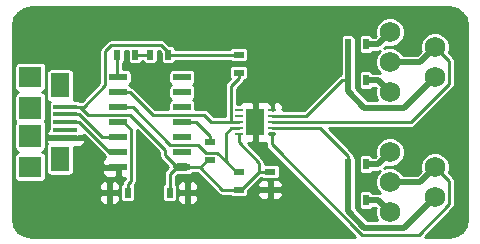
<source format=gbr>
G04 #@! TF.FileFunction,Copper,L1,Top,Signal*
%FSLAX46Y46*%
G04 Gerber Fmt 4.6, Leading zero omitted, Abs format (unit mm)*
G04 Created by KiCad (PCBNEW 4.0.5) date 02/13/17 08:06:27*
%MOMM*%
%LPD*%
G01*
G04 APERTURE LIST*
%ADD10C,0.100000*%
%ADD11R,0.900000X0.500000*%
%ADD12R,0.500000X0.900000*%
%ADD13R,1.900000X1.900000*%
%ADD14R,1.900000X1.800000*%
%ADD15R,1.600000X2.100000*%
%ADD16R,2.000000X0.400000*%
%ADD17C,1.750000*%
%ADD18O,0.690000X0.280000*%
%ADD19R,0.690000X0.280000*%
%ADD20R,1.600000X2.300000*%
%ADD21O,1.500000X0.600000*%
%ADD22R,1.500000X0.600000*%
%ADD23C,0.250000*%
%ADD24C,0.500000*%
%ADD25C,0.254000*%
G04 APERTURE END LIST*
D10*
D11*
X180340000Y-115951000D03*
X180340000Y-117475000D03*
D12*
X171831000Y-117729000D03*
X173355000Y-117729000D03*
X166751000Y-117729000D03*
X168275000Y-117729000D03*
D13*
X160020000Y-112960000D03*
X160020000Y-110560000D03*
D14*
X160020000Y-115560000D03*
X160020000Y-107960000D03*
D15*
X162570000Y-108660000D03*
X162570000Y-114860000D03*
D16*
X163020000Y-111110000D03*
X163020000Y-111760000D03*
X163020000Y-112410000D03*
X163020000Y-113060000D03*
X163020000Y-110460000D03*
D12*
X188468000Y-115316000D03*
X186944000Y-115316000D03*
X188468000Y-118364000D03*
X186944000Y-118364000D03*
X188468000Y-105156000D03*
X186944000Y-105156000D03*
X188468000Y-108204000D03*
X186944000Y-108204000D03*
D11*
X175260000Y-113411000D03*
X175260000Y-114935000D03*
D12*
X171704000Y-106045000D03*
X170180000Y-106045000D03*
D11*
X177673000Y-115951000D03*
X177673000Y-117475000D03*
X177673000Y-107569000D03*
X177673000Y-106045000D03*
D17*
X194310000Y-118110000D03*
X190500000Y-114300000D03*
X190500000Y-119380000D03*
X190500000Y-116840000D03*
X194310000Y-115570000D03*
X194310000Y-107950000D03*
X190500000Y-104140000D03*
X190500000Y-109220000D03*
X190500000Y-106680000D03*
X194310000Y-105410000D03*
D18*
X180470000Y-112760000D03*
D19*
X180470000Y-112260000D03*
X180470000Y-111760000D03*
X180470000Y-111260000D03*
X180470000Y-110760000D03*
X177670000Y-110760000D03*
X177670000Y-111260000D03*
X177670000Y-111760000D03*
X177670000Y-112260000D03*
X177670000Y-112760000D03*
D20*
X179070000Y-111760000D03*
D21*
X172880000Y-115570000D03*
D22*
X172880000Y-114300000D03*
X172880000Y-113030000D03*
X172880000Y-111760000D03*
X172880000Y-109220000D03*
X172880000Y-107950000D03*
X167480000Y-107950000D03*
X167480000Y-109220000D03*
X167480000Y-110490000D03*
X167480000Y-111760000D03*
X167480000Y-113030000D03*
X167480000Y-114300000D03*
X167480000Y-115570000D03*
X172880000Y-110490000D03*
D12*
X167386000Y-106045000D03*
X168910000Y-106045000D03*
D23*
X171831000Y-116169000D02*
X171831000Y-117729000D01*
X163020000Y-110460000D02*
X164604998Y-110460000D01*
X164604998Y-110460000D02*
X166404999Y-108659999D01*
X166404999Y-108659999D02*
X166404999Y-105740999D01*
X166404999Y-105740999D02*
X166875999Y-105269999D01*
X166875999Y-105269999D02*
X171128999Y-105269999D01*
X171128999Y-105269999D02*
X171704000Y-105845000D01*
X171704000Y-105845000D02*
X171704000Y-106045000D01*
X177670000Y-112760000D02*
X177670000Y-113481000D01*
X177670000Y-113481000D02*
X179397000Y-115208000D01*
X179397000Y-115208000D02*
X179397000Y-115951000D01*
X179397000Y-115951000D02*
X180340000Y-115951000D01*
X177873000Y-117475000D02*
X179397000Y-115951000D01*
X177873000Y-117475000D02*
X177673000Y-117475000D01*
X174425000Y-115570000D02*
X174371000Y-115570000D01*
X174371000Y-115570000D02*
X172880000Y-115570000D01*
X177673000Y-117475000D02*
X176276000Y-117475000D01*
X176276000Y-117475000D02*
X174371000Y-115570000D01*
X177673000Y-106045000D02*
X171704000Y-106045000D01*
X171831000Y-116169000D02*
X172430000Y-115570000D01*
X172430000Y-115570000D02*
X172880000Y-115570000D01*
X175260000Y-114935000D02*
X175060000Y-114935000D01*
X175060000Y-114935000D02*
X174425000Y-115570000D01*
X172430000Y-115570000D02*
X171450000Y-114590000D01*
X171450000Y-114590000D02*
X171450000Y-114094998D01*
X171450000Y-114094998D02*
X168490001Y-111134999D01*
X168490001Y-111134999D02*
X164944999Y-111134999D01*
X164944999Y-111134999D02*
X164270000Y-110460000D01*
X164270000Y-110460000D02*
X163020000Y-110460000D01*
X168910000Y-106045000D02*
X170180000Y-106045000D01*
X167480000Y-113030000D02*
X166075002Y-113030000D01*
X166075002Y-113030000D02*
X164155002Y-111110000D01*
X164155002Y-111110000D02*
X163020000Y-111110000D01*
X167480000Y-114300000D02*
X166708592Y-114300000D01*
X166708592Y-114300000D02*
X164168592Y-111760000D01*
X164168592Y-111760000D02*
X163020000Y-111760000D01*
D24*
X188468000Y-115316000D02*
X189484000Y-115316000D01*
X189484000Y-115316000D02*
X190500000Y-114300000D01*
D23*
X186944000Y-115316000D02*
X186944000Y-114616000D01*
X181065000Y-112260000D02*
X180470000Y-112260000D01*
X186944000Y-114616000D02*
X184588000Y-112260000D01*
X184588000Y-112260000D02*
X181065000Y-112260000D01*
D24*
X186944000Y-115316000D02*
X186944000Y-115116000D01*
X186944000Y-115316000D02*
X186944000Y-118364000D01*
X186944000Y-118364000D02*
X186944000Y-119314000D01*
X186944000Y-119314000D02*
X188335001Y-120705001D01*
X188335001Y-120705001D02*
X191714999Y-120705001D01*
X191714999Y-120705001D02*
X193435001Y-118984999D01*
X193435001Y-118984999D02*
X194310000Y-118110000D01*
X188468000Y-118364000D02*
X189484000Y-118364000D01*
X189484000Y-118364000D02*
X190500000Y-119380000D01*
X189484000Y-105156000D02*
X188468000Y-105156000D01*
X190500000Y-104140000D02*
X189484000Y-105156000D01*
D23*
X186944000Y-108204000D02*
X186444000Y-108204000D01*
X181065000Y-111260000D02*
X180470000Y-111260000D01*
X186444000Y-108204000D02*
X183388000Y-111260000D01*
X183388000Y-111260000D02*
X181065000Y-111260000D01*
D24*
X186944000Y-105156000D02*
X186944000Y-108204000D01*
X186944000Y-108204000D02*
X186944000Y-109154000D01*
X186944000Y-109154000D02*
X188335001Y-110545001D01*
X193435001Y-108824999D02*
X194310000Y-107950000D01*
X188335001Y-110545001D02*
X191714999Y-110545001D01*
X191714999Y-110545001D02*
X193435001Y-108824999D01*
X190500000Y-109220000D02*
X189484000Y-108204000D01*
X189484000Y-108204000D02*
X188468000Y-108204000D01*
D23*
X175881999Y-114359999D02*
X176584000Y-115062000D01*
X177075000Y-112260000D02*
X176584000Y-112751000D01*
X176584000Y-115062000D02*
X177473000Y-115951000D01*
X177670000Y-112260000D02*
X177075000Y-112260000D01*
X176584000Y-112751000D02*
X176584000Y-115062000D01*
X167480000Y-110490000D02*
X168704998Y-110490000D01*
X171889997Y-113674999D02*
X174238997Y-113674999D01*
X168704998Y-110490000D02*
X171889997Y-113674999D01*
X174238997Y-113674999D02*
X174923997Y-114359999D01*
X174923997Y-114359999D02*
X175881999Y-114359999D01*
X177473000Y-115951000D02*
X177673000Y-115951000D01*
X177673000Y-107569000D02*
X177673000Y-108069000D01*
X177673000Y-108069000D02*
X176999999Y-108742001D01*
X176999999Y-108742001D02*
X176999999Y-111684999D01*
X176999999Y-111684999D02*
X177075000Y-111760000D01*
X177075000Y-111760000D02*
X177670000Y-111760000D01*
X174753999Y-111134999D02*
X175379000Y-111760000D01*
X177670000Y-111760000D02*
X175379000Y-111760000D01*
X167480000Y-109220000D02*
X168480000Y-109220000D01*
X168480000Y-109220000D02*
X170394999Y-111134999D01*
X170394999Y-111134999D02*
X174753999Y-111134999D01*
X180470000Y-112760000D02*
X180470000Y-113653186D01*
X180470000Y-113653186D02*
X188096825Y-121280011D01*
X188096825Y-121280011D02*
X192915991Y-121280011D01*
X195510001Y-118686001D02*
X195510001Y-116770001D01*
X192915991Y-121280011D02*
X195510001Y-118686001D01*
X195510001Y-116770001D02*
X195184999Y-116444999D01*
X195184999Y-116444999D02*
X194310000Y-115570000D01*
D24*
X193040000Y-116840000D02*
X190500000Y-116840000D01*
X194310000Y-115570000D02*
X193040000Y-116840000D01*
D23*
X180470000Y-111760000D02*
X192276002Y-111760000D01*
X195510001Y-108526001D02*
X195510001Y-106610001D01*
X195510001Y-106610001D02*
X195184999Y-106284999D01*
X192276002Y-111760000D02*
X195510001Y-108526001D01*
X195184999Y-106284999D02*
X194310000Y-105410000D01*
D24*
X193040000Y-106680000D02*
X190500000Y-106680000D01*
X194310000Y-105410000D02*
X193040000Y-106680000D01*
D23*
X175260000Y-113411000D02*
X175260000Y-112911000D01*
X174109000Y-111760000D02*
X173880000Y-111760000D01*
X173880000Y-111760000D02*
X172880000Y-111760000D01*
X175260000Y-112911000D02*
X174109000Y-111760000D01*
X167386000Y-106045000D02*
X167386000Y-107856000D01*
X167386000Y-107856000D02*
X167480000Y-107950000D01*
X168555001Y-112385001D02*
X168555001Y-116748999D01*
X168555001Y-116748999D02*
X168275000Y-117029000D01*
X168275000Y-117029000D02*
X168275000Y-117729000D01*
X168555001Y-112385001D02*
X167930000Y-111760000D01*
X167930000Y-111760000D02*
X167480000Y-111760000D01*
D25*
G36*
X196131088Y-102174551D02*
X196598280Y-102486720D01*
X196910449Y-102953911D01*
X197029000Y-103549911D01*
X197029000Y-119970089D01*
X196910449Y-120566089D01*
X196598280Y-121033280D01*
X196131088Y-121345449D01*
X195535089Y-121464000D01*
X193447594Y-121464000D01*
X195867797Y-119043797D01*
X195977484Y-118879639D01*
X196016001Y-118686001D01*
X196016001Y-116770001D01*
X195977484Y-116576363D01*
X195867797Y-116412205D01*
X195480911Y-116025319D01*
X195565781Y-115820930D01*
X195566217Y-115321262D01*
X195375405Y-114859463D01*
X195022396Y-114505836D01*
X194560930Y-114314219D01*
X194061262Y-114313783D01*
X193599463Y-114504595D01*
X193245836Y-114857604D01*
X193054219Y-115319070D01*
X193053783Y-115818738D01*
X193087439Y-115900192D01*
X192778632Y-116209000D01*
X191598269Y-116209000D01*
X191565405Y-116129463D01*
X191212396Y-115775836D01*
X190750930Y-115584219D01*
X190251262Y-115583783D01*
X190008121Y-115684247D01*
X190169590Y-115522778D01*
X190249070Y-115555781D01*
X190748738Y-115556217D01*
X191210537Y-115365405D01*
X191564164Y-115012396D01*
X191755781Y-114550930D01*
X191756217Y-114051262D01*
X191565405Y-113589463D01*
X191212396Y-113235836D01*
X190750930Y-113044219D01*
X190251262Y-113043783D01*
X189789463Y-113234595D01*
X189435836Y-113587604D01*
X189244219Y-114049070D01*
X189243783Y-114548738D01*
X189277439Y-114630193D01*
X189222632Y-114685000D01*
X189054280Y-114685000D01*
X188996454Y-114595135D01*
X188869134Y-114508141D01*
X188718000Y-114477536D01*
X188218000Y-114477536D01*
X188076810Y-114504103D01*
X187947135Y-114587546D01*
X187860141Y-114714866D01*
X187829536Y-114866000D01*
X187829536Y-115766000D01*
X187856103Y-115907190D01*
X187939546Y-116036865D01*
X188066866Y-116123859D01*
X188218000Y-116154464D01*
X188718000Y-116154464D01*
X188859190Y-116127897D01*
X188988865Y-116044454D01*
X189055452Y-115947000D01*
X189484000Y-115947000D01*
X189649792Y-115914022D01*
X189435836Y-116127604D01*
X189244219Y-116589070D01*
X189243783Y-117088738D01*
X189434595Y-117550537D01*
X189649627Y-117765945D01*
X189484000Y-117733000D01*
X189054280Y-117733000D01*
X188996454Y-117643135D01*
X188869134Y-117556141D01*
X188718000Y-117525536D01*
X188218000Y-117525536D01*
X188076810Y-117552103D01*
X187947135Y-117635546D01*
X187860141Y-117762866D01*
X187829536Y-117914000D01*
X187829536Y-118814000D01*
X187856103Y-118955190D01*
X187939546Y-119084865D01*
X188066866Y-119171859D01*
X188218000Y-119202464D01*
X188718000Y-119202464D01*
X188859190Y-119175897D01*
X188988865Y-119092454D01*
X189055452Y-118995000D01*
X189222632Y-118995000D01*
X189277222Y-119049590D01*
X189244219Y-119129070D01*
X189243783Y-119628738D01*
X189427762Y-120074001D01*
X188596370Y-120074001D01*
X187575000Y-119052632D01*
X187575000Y-118850859D01*
X187582464Y-118814000D01*
X187582464Y-117914000D01*
X187575000Y-117874333D01*
X187575000Y-115802859D01*
X187582464Y-115766000D01*
X187582464Y-114866000D01*
X187555897Y-114724810D01*
X187472454Y-114595135D01*
X187441665Y-114574098D01*
X187411483Y-114422362D01*
X187301796Y-114258204D01*
X185309592Y-112266000D01*
X192276002Y-112266000D01*
X192469640Y-112227483D01*
X192633798Y-112117796D01*
X195867797Y-108883797D01*
X195977484Y-108719639D01*
X196016001Y-108526001D01*
X196016001Y-106610001D01*
X195977484Y-106416363D01*
X195867797Y-106252205D01*
X195480911Y-105865319D01*
X195565781Y-105660930D01*
X195566217Y-105161262D01*
X195375405Y-104699463D01*
X195022396Y-104345836D01*
X194560930Y-104154219D01*
X194061262Y-104153783D01*
X193599463Y-104344595D01*
X193245836Y-104697604D01*
X193054219Y-105159070D01*
X193053783Y-105658738D01*
X193087439Y-105740192D01*
X192778632Y-106049000D01*
X191598269Y-106049000D01*
X191565405Y-105969463D01*
X191212396Y-105615836D01*
X190750930Y-105424219D01*
X190251262Y-105423783D01*
X190008121Y-105524247D01*
X190169590Y-105362778D01*
X190249070Y-105395781D01*
X190748738Y-105396217D01*
X191210537Y-105205405D01*
X191564164Y-104852396D01*
X191755781Y-104390930D01*
X191756217Y-103891262D01*
X191565405Y-103429463D01*
X191212396Y-103075836D01*
X190750930Y-102884219D01*
X190251262Y-102883783D01*
X189789463Y-103074595D01*
X189435836Y-103427604D01*
X189244219Y-103889070D01*
X189243783Y-104388738D01*
X189277439Y-104470193D01*
X189222632Y-104525000D01*
X189054280Y-104525000D01*
X188996454Y-104435135D01*
X188869134Y-104348141D01*
X188718000Y-104317536D01*
X188218000Y-104317536D01*
X188076810Y-104344103D01*
X187947135Y-104427546D01*
X187860141Y-104554866D01*
X187829536Y-104706000D01*
X187829536Y-105606000D01*
X187856103Y-105747190D01*
X187939546Y-105876865D01*
X188066866Y-105963859D01*
X188218000Y-105994464D01*
X188718000Y-105994464D01*
X188859190Y-105967897D01*
X188988865Y-105884454D01*
X189055452Y-105787000D01*
X189484000Y-105787000D01*
X189649792Y-105754022D01*
X189435836Y-105967604D01*
X189244219Y-106429070D01*
X189243783Y-106928738D01*
X189434595Y-107390537D01*
X189649627Y-107605945D01*
X189484000Y-107573000D01*
X189054280Y-107573000D01*
X188996454Y-107483135D01*
X188869134Y-107396141D01*
X188718000Y-107365536D01*
X188218000Y-107365536D01*
X188076810Y-107392103D01*
X187947135Y-107475546D01*
X187860141Y-107602866D01*
X187829536Y-107754000D01*
X187829536Y-108654000D01*
X187856103Y-108795190D01*
X187939546Y-108924865D01*
X188066866Y-109011859D01*
X188218000Y-109042464D01*
X188718000Y-109042464D01*
X188859190Y-109015897D01*
X188988865Y-108932454D01*
X189055452Y-108835000D01*
X189222632Y-108835000D01*
X189277222Y-108889590D01*
X189244219Y-108969070D01*
X189243783Y-109468738D01*
X189427762Y-109914001D01*
X188596370Y-109914001D01*
X187575000Y-108892632D01*
X187575000Y-108690859D01*
X187582464Y-108654000D01*
X187582464Y-107754000D01*
X187575000Y-107714333D01*
X187575000Y-105642859D01*
X187582464Y-105606000D01*
X187582464Y-104706000D01*
X187555897Y-104564810D01*
X187472454Y-104435135D01*
X187345134Y-104348141D01*
X187194000Y-104317536D01*
X186694000Y-104317536D01*
X186552810Y-104344103D01*
X186423135Y-104427546D01*
X186336141Y-104554866D01*
X186305536Y-104706000D01*
X186305536Y-105606000D01*
X186313000Y-105645667D01*
X186313000Y-107717141D01*
X186311541Y-107724348D01*
X186250362Y-107736517D01*
X186126918Y-107819000D01*
X186086204Y-107846204D01*
X183178408Y-110754000D01*
X181450000Y-110754000D01*
X181450000Y-110632998D01*
X181348252Y-110632998D01*
X181450000Y-110531250D01*
X181450000Y-110493690D01*
X181353327Y-110260301D01*
X181174698Y-110081673D01*
X180941309Y-109985000D01*
X180755750Y-109985000D01*
X180597000Y-110143750D01*
X180597000Y-110690000D01*
X180617000Y-110690000D01*
X180617000Y-110731536D01*
X180505000Y-110731536D01*
X180505000Y-110483690D01*
X180408327Y-110250301D01*
X180343000Y-110184974D01*
X180343000Y-110143750D01*
X180184250Y-109985000D01*
X180020451Y-109985000D01*
X179996309Y-109975000D01*
X179355750Y-109975000D01*
X179197000Y-110133750D01*
X179197000Y-111633000D01*
X179217000Y-111633000D01*
X179217000Y-111887000D01*
X179197000Y-111887000D01*
X179197000Y-113386250D01*
X179355750Y-113545000D01*
X179964000Y-113545000D01*
X179964000Y-113653186D01*
X180002517Y-113846824D01*
X180112204Y-114010982D01*
X187565222Y-121464000D01*
X160064911Y-121464000D01*
X159468911Y-121345449D01*
X159001720Y-121033280D01*
X158689551Y-120566088D01*
X158571000Y-119970089D01*
X158571000Y-118014750D01*
X165866000Y-118014750D01*
X165866000Y-118305310D01*
X165962673Y-118538699D01*
X166141302Y-118717327D01*
X166374691Y-118814000D01*
X166467250Y-118814000D01*
X166626000Y-118655250D01*
X166626000Y-117856000D01*
X166876000Y-117856000D01*
X166876000Y-118655250D01*
X167034750Y-118814000D01*
X167127309Y-118814000D01*
X167360698Y-118717327D01*
X167539327Y-118538699D01*
X167636000Y-118305310D01*
X167636000Y-118014750D01*
X167477250Y-117856000D01*
X166876000Y-117856000D01*
X166626000Y-117856000D01*
X166024750Y-117856000D01*
X165866000Y-118014750D01*
X158571000Y-118014750D01*
X158571000Y-117152690D01*
X165866000Y-117152690D01*
X165866000Y-117443250D01*
X166024750Y-117602000D01*
X166626000Y-117602000D01*
X166626000Y-116802750D01*
X166876000Y-116802750D01*
X166876000Y-117602000D01*
X167477250Y-117602000D01*
X167636000Y-117443250D01*
X167636000Y-117152690D01*
X167539327Y-116919301D01*
X167360698Y-116740673D01*
X167127309Y-116644000D01*
X167034750Y-116644000D01*
X166876000Y-116802750D01*
X166626000Y-116802750D01*
X166467250Y-116644000D01*
X166374691Y-116644000D01*
X166141302Y-116740673D01*
X165962673Y-116919301D01*
X165866000Y-117152690D01*
X158571000Y-117152690D01*
X158571000Y-107060000D01*
X158681536Y-107060000D01*
X158681536Y-108860000D01*
X158708103Y-109001190D01*
X158791546Y-109130865D01*
X158918866Y-109217859D01*
X159001072Y-109234506D01*
X158928810Y-109248103D01*
X158799135Y-109331546D01*
X158712141Y-109458866D01*
X158681536Y-109610000D01*
X158681536Y-111510000D01*
X158708103Y-111651190D01*
X158778883Y-111761186D01*
X158712141Y-111858866D01*
X158681536Y-112010000D01*
X158681536Y-113910000D01*
X158708103Y-114051190D01*
X158791546Y-114180865D01*
X158918866Y-114267859D01*
X159001072Y-114284506D01*
X158928810Y-114298103D01*
X158799135Y-114381546D01*
X158712141Y-114508866D01*
X158681536Y-114660000D01*
X158681536Y-116460000D01*
X158708103Y-116601190D01*
X158791546Y-116730865D01*
X158918866Y-116817859D01*
X159070000Y-116848464D01*
X160970000Y-116848464D01*
X161111190Y-116821897D01*
X161240865Y-116738454D01*
X161327859Y-116611134D01*
X161358464Y-116460000D01*
X161358464Y-114660000D01*
X161331897Y-114518810D01*
X161248454Y-114389135D01*
X161121134Y-114302141D01*
X161038928Y-114285494D01*
X161111190Y-114271897D01*
X161240865Y-114188454D01*
X161327859Y-114061134D01*
X161358464Y-113910000D01*
X161358464Y-113810000D01*
X161381536Y-113810000D01*
X161381536Y-115910000D01*
X161408103Y-116051190D01*
X161491546Y-116180865D01*
X161618866Y-116267859D01*
X161770000Y-116298464D01*
X163370000Y-116298464D01*
X163511190Y-116271897D01*
X163640865Y-116188454D01*
X163727859Y-116061134D01*
X163758464Y-115910000D01*
X163758464Y-115855750D01*
X166095000Y-115855750D01*
X166095000Y-115996309D01*
X166191673Y-116229698D01*
X166370301Y-116408327D01*
X166603690Y-116505000D01*
X167194250Y-116505000D01*
X167353000Y-116346250D01*
X167353000Y-115697000D01*
X166253750Y-115697000D01*
X166095000Y-115855750D01*
X163758464Y-115855750D01*
X163758464Y-113895000D01*
X164146310Y-113895000D01*
X164379699Y-113798327D01*
X164558327Y-113619698D01*
X164655000Y-113386309D01*
X164655000Y-113318750D01*
X164496250Y-113160000D01*
X163147000Y-113160000D01*
X163147000Y-113207000D01*
X162893000Y-113207000D01*
X162893000Y-113160000D01*
X161543750Y-113160000D01*
X161385000Y-113318750D01*
X161385000Y-113386309D01*
X161465531Y-113580727D01*
X161412141Y-113658866D01*
X161381536Y-113810000D01*
X161358464Y-113810000D01*
X161358464Y-112010000D01*
X161331897Y-111868810D01*
X161261117Y-111758814D01*
X161327859Y-111661134D01*
X161358464Y-111510000D01*
X161358464Y-109610000D01*
X161331897Y-109468810D01*
X161248454Y-109339135D01*
X161121134Y-109252141D01*
X161038928Y-109235494D01*
X161111190Y-109221897D01*
X161240865Y-109138454D01*
X161327859Y-109011134D01*
X161358464Y-108860000D01*
X161358464Y-107610000D01*
X161381536Y-107610000D01*
X161381536Y-109710000D01*
X161408103Y-109851190D01*
X161491546Y-109980865D01*
X161618866Y-110067859D01*
X161681494Y-110080541D01*
X161662141Y-110108866D01*
X161631536Y-110260000D01*
X161631536Y-110660000D01*
X161655920Y-110789588D01*
X161631536Y-110910000D01*
X161631536Y-111310000D01*
X161655920Y-111439588D01*
X161631536Y-111560000D01*
X161631536Y-111960000D01*
X161655920Y-112089588D01*
X161631536Y-112210000D01*
X161631536Y-112350438D01*
X161481673Y-112500302D01*
X161385000Y-112733691D01*
X161385000Y-112801250D01*
X161543750Y-112960000D01*
X161857364Y-112960000D01*
X161868866Y-112967859D01*
X162020000Y-112998464D01*
X164020000Y-112998464D01*
X164161190Y-112971897D01*
X164179679Y-112960000D01*
X164496250Y-112960000D01*
X164574625Y-112881625D01*
X166350796Y-114657796D01*
X166352643Y-114659030D01*
X166366944Y-114735030D01*
X166191673Y-114910302D01*
X166095000Y-115143691D01*
X166095000Y-115284250D01*
X166253750Y-115443000D01*
X167353000Y-115443000D01*
X167353000Y-115423000D01*
X167607000Y-115423000D01*
X167607000Y-115443000D01*
X167627000Y-115443000D01*
X167627000Y-115697000D01*
X167607000Y-115697000D01*
X167607000Y-116346250D01*
X167765750Y-116505000D01*
X168049001Y-116505000D01*
X168049001Y-116539407D01*
X167917204Y-116671204D01*
X167807517Y-116835362D01*
X167777673Y-116985400D01*
X167754135Y-117000546D01*
X167667141Y-117127866D01*
X167636536Y-117279000D01*
X167636536Y-118179000D01*
X167663103Y-118320190D01*
X167746546Y-118449865D01*
X167873866Y-118536859D01*
X168025000Y-118567464D01*
X168525000Y-118567464D01*
X168666190Y-118540897D01*
X168795865Y-118457454D01*
X168882859Y-118330134D01*
X168913464Y-118179000D01*
X168913464Y-117279000D01*
X168886897Y-117137810D01*
X168884894Y-117134698D01*
X168912797Y-117106795D01*
X169022484Y-116942637D01*
X169061001Y-116748999D01*
X169061001Y-112421591D01*
X170944000Y-114304590D01*
X170944000Y-114590000D01*
X170982517Y-114783638D01*
X171092204Y-114947796D01*
X171714408Y-115570000D01*
X171473204Y-115811204D01*
X171363517Y-115975362D01*
X171325000Y-116169000D01*
X171325000Y-116990981D01*
X171310135Y-117000546D01*
X171223141Y-117127866D01*
X171192536Y-117279000D01*
X171192536Y-118179000D01*
X171219103Y-118320190D01*
X171302546Y-118449865D01*
X171429866Y-118536859D01*
X171581000Y-118567464D01*
X172081000Y-118567464D01*
X172222190Y-118540897D01*
X172351865Y-118457454D01*
X172438859Y-118330134D01*
X172469464Y-118179000D01*
X172469464Y-118014750D01*
X172470000Y-118014750D01*
X172470000Y-118305310D01*
X172566673Y-118538699D01*
X172745302Y-118717327D01*
X172978691Y-118814000D01*
X173071250Y-118814000D01*
X173230000Y-118655250D01*
X173230000Y-117856000D01*
X173480000Y-117856000D01*
X173480000Y-118655250D01*
X173638750Y-118814000D01*
X173731309Y-118814000D01*
X173964698Y-118717327D01*
X174143327Y-118538699D01*
X174240000Y-118305310D01*
X174240000Y-118014750D01*
X174081250Y-117856000D01*
X173480000Y-117856000D01*
X173230000Y-117856000D01*
X172628750Y-117856000D01*
X172470000Y-118014750D01*
X172469464Y-118014750D01*
X172469464Y-117279000D01*
X172445697Y-117152690D01*
X172470000Y-117152690D01*
X172470000Y-117443250D01*
X172628750Y-117602000D01*
X173230000Y-117602000D01*
X173230000Y-116802750D01*
X173480000Y-116802750D01*
X173480000Y-117602000D01*
X174081250Y-117602000D01*
X174240000Y-117443250D01*
X174240000Y-117152690D01*
X174143327Y-116919301D01*
X173964698Y-116740673D01*
X173731309Y-116644000D01*
X173638750Y-116644000D01*
X173480000Y-116802750D01*
X173230000Y-116802750D01*
X173071250Y-116644000D01*
X172978691Y-116644000D01*
X172745302Y-116740673D01*
X172566673Y-116919301D01*
X172470000Y-117152690D01*
X172445697Y-117152690D01*
X172442897Y-117137810D01*
X172359454Y-117008135D01*
X172337000Y-116992793D01*
X172337000Y-116378592D01*
X172464592Y-116251000D01*
X173352158Y-116251000D01*
X173612765Y-116199162D01*
X173797091Y-116076000D01*
X174161408Y-116076000D01*
X175918204Y-117832796D01*
X176082362Y-117942483D01*
X176276000Y-117981000D01*
X176934981Y-117981000D01*
X176944546Y-117995865D01*
X177071866Y-118082859D01*
X177223000Y-118113464D01*
X178123000Y-118113464D01*
X178264190Y-118086897D01*
X178393865Y-118003454D01*
X178480859Y-117876134D01*
X178504629Y-117758750D01*
X179255000Y-117758750D01*
X179255000Y-117851309D01*
X179351673Y-118084698D01*
X179530301Y-118263327D01*
X179763690Y-118360000D01*
X180054250Y-118360000D01*
X180213000Y-118201250D01*
X180213000Y-117600000D01*
X180467000Y-117600000D01*
X180467000Y-118201250D01*
X180625750Y-118360000D01*
X180916310Y-118360000D01*
X181149699Y-118263327D01*
X181328327Y-118084698D01*
X181425000Y-117851309D01*
X181425000Y-117758750D01*
X181266250Y-117600000D01*
X180467000Y-117600000D01*
X180213000Y-117600000D01*
X179413750Y-117600000D01*
X179255000Y-117758750D01*
X178504629Y-117758750D01*
X178511464Y-117725000D01*
X178511464Y-117552128D01*
X178964901Y-117098691D01*
X179255000Y-117098691D01*
X179255000Y-117191250D01*
X179413750Y-117350000D01*
X180213000Y-117350000D01*
X180213000Y-116748750D01*
X180467000Y-116748750D01*
X180467000Y-117350000D01*
X181266250Y-117350000D01*
X181425000Y-117191250D01*
X181425000Y-117098691D01*
X181328327Y-116865302D01*
X181149699Y-116686673D01*
X180916310Y-116590000D01*
X180625750Y-116590000D01*
X180467000Y-116748750D01*
X180213000Y-116748750D01*
X180054250Y-116590000D01*
X179763690Y-116590000D01*
X179530301Y-116686673D01*
X179351673Y-116865302D01*
X179255000Y-117098691D01*
X178964901Y-117098691D01*
X179603786Y-116459806D01*
X179611546Y-116471865D01*
X179738866Y-116558859D01*
X179890000Y-116589464D01*
X180790000Y-116589464D01*
X180931190Y-116562897D01*
X181060865Y-116479454D01*
X181147859Y-116352134D01*
X181178464Y-116201000D01*
X181178464Y-115701000D01*
X181151897Y-115559810D01*
X181068454Y-115430135D01*
X180941134Y-115343141D01*
X180790000Y-115312536D01*
X179903000Y-115312536D01*
X179903000Y-115208000D01*
X179864483Y-115014362D01*
X179754796Y-114850204D01*
X178449592Y-113545000D01*
X178784250Y-113545000D01*
X178943000Y-113386250D01*
X178943000Y-111887000D01*
X178923000Y-111887000D01*
X178923000Y-111633000D01*
X178943000Y-111633000D01*
X178943000Y-110133750D01*
X178784250Y-109975000D01*
X178143691Y-109975000D01*
X177910302Y-110071673D01*
X177750438Y-110231536D01*
X177505999Y-110231536D01*
X177505999Y-108951593D01*
X178030796Y-108426796D01*
X178140483Y-108262638D01*
X178152564Y-108201901D01*
X178264190Y-108180897D01*
X178393865Y-108097454D01*
X178480859Y-107970134D01*
X178511464Y-107819000D01*
X178511464Y-107319000D01*
X178484897Y-107177810D01*
X178401454Y-107048135D01*
X178274134Y-106961141D01*
X178123000Y-106930536D01*
X177223000Y-106930536D01*
X177081810Y-106957103D01*
X176952135Y-107040546D01*
X176865141Y-107167866D01*
X176834536Y-107319000D01*
X176834536Y-107819000D01*
X176861103Y-107960190D01*
X176941413Y-108084995D01*
X176642203Y-108384205D01*
X176532516Y-108548363D01*
X176493999Y-108742001D01*
X176493999Y-111254000D01*
X175588592Y-111254000D01*
X175111795Y-110777203D01*
X174947637Y-110667516D01*
X174753999Y-110628999D01*
X174018464Y-110628999D01*
X174018464Y-110190000D01*
X173991897Y-110048810D01*
X173908454Y-109919135D01*
X173813813Y-109854470D01*
X173900865Y-109798454D01*
X173987859Y-109671134D01*
X174018464Y-109520000D01*
X174018464Y-108920000D01*
X173991897Y-108778810D01*
X173908454Y-108649135D01*
X173813813Y-108584470D01*
X173900865Y-108528454D01*
X173987859Y-108401134D01*
X174018464Y-108250000D01*
X174018464Y-107650000D01*
X173991897Y-107508810D01*
X173908454Y-107379135D01*
X173781134Y-107292141D01*
X173630000Y-107261536D01*
X172130000Y-107261536D01*
X171988810Y-107288103D01*
X171859135Y-107371546D01*
X171772141Y-107498866D01*
X171741536Y-107650000D01*
X171741536Y-108250000D01*
X171768103Y-108391190D01*
X171851546Y-108520865D01*
X171946187Y-108585530D01*
X171859135Y-108641546D01*
X171772141Y-108768866D01*
X171741536Y-108920000D01*
X171741536Y-109520000D01*
X171768103Y-109661190D01*
X171851546Y-109790865D01*
X171946187Y-109855530D01*
X171859135Y-109911546D01*
X171772141Y-110038866D01*
X171741536Y-110190000D01*
X171741536Y-110628999D01*
X170604591Y-110628999D01*
X168837796Y-108862204D01*
X168673638Y-108752517D01*
X168560496Y-108730012D01*
X168508454Y-108649135D01*
X168413813Y-108584470D01*
X168500865Y-108528454D01*
X168587859Y-108401134D01*
X168618464Y-108250000D01*
X168618464Y-107650000D01*
X168591897Y-107508810D01*
X168508454Y-107379135D01*
X168381134Y-107292141D01*
X168230000Y-107261536D01*
X167892000Y-107261536D01*
X167892000Y-106783019D01*
X167906865Y-106773454D01*
X167993859Y-106646134D01*
X168024464Y-106495000D01*
X168024464Y-105775999D01*
X168271536Y-105775999D01*
X168271536Y-106495000D01*
X168298103Y-106636190D01*
X168381546Y-106765865D01*
X168508866Y-106852859D01*
X168660000Y-106883464D01*
X169160000Y-106883464D01*
X169301190Y-106856897D01*
X169430865Y-106773454D01*
X169517859Y-106646134D01*
X169537124Y-106551000D01*
X169552073Y-106551000D01*
X169568103Y-106636190D01*
X169651546Y-106765865D01*
X169778866Y-106852859D01*
X169930000Y-106883464D01*
X170430000Y-106883464D01*
X170571190Y-106856897D01*
X170700865Y-106773454D01*
X170787859Y-106646134D01*
X170818464Y-106495000D01*
X170818464Y-105775999D01*
X170919407Y-105775999D01*
X171065536Y-105922128D01*
X171065536Y-106495000D01*
X171092103Y-106636190D01*
X171175546Y-106765865D01*
X171302866Y-106852859D01*
X171454000Y-106883464D01*
X171954000Y-106883464D01*
X172095190Y-106856897D01*
X172224865Y-106773454D01*
X172311859Y-106646134D01*
X172331124Y-106551000D01*
X176934981Y-106551000D01*
X176944546Y-106565865D01*
X177071866Y-106652859D01*
X177223000Y-106683464D01*
X178123000Y-106683464D01*
X178264190Y-106656897D01*
X178393865Y-106573454D01*
X178480859Y-106446134D01*
X178511464Y-106295000D01*
X178511464Y-105795000D01*
X178484897Y-105653810D01*
X178401454Y-105524135D01*
X178274134Y-105437141D01*
X178123000Y-105406536D01*
X177223000Y-105406536D01*
X177081810Y-105433103D01*
X176952135Y-105516546D01*
X176936793Y-105539000D01*
X172331927Y-105539000D01*
X172315897Y-105453810D01*
X172232454Y-105324135D01*
X172105134Y-105237141D01*
X171954000Y-105206536D01*
X171781128Y-105206536D01*
X171486795Y-104912203D01*
X171322637Y-104802516D01*
X171128999Y-104763999D01*
X166875999Y-104763999D01*
X166682361Y-104802516D01*
X166530480Y-104904000D01*
X166518203Y-104912203D01*
X166047203Y-105383203D01*
X165937516Y-105547361D01*
X165898999Y-105740999D01*
X165898999Y-108450407D01*
X164395406Y-109954000D01*
X164247032Y-109954000D01*
X164171134Y-109902141D01*
X164020000Y-109871536D01*
X163720752Y-109871536D01*
X163727859Y-109861134D01*
X163758464Y-109710000D01*
X163758464Y-107610000D01*
X163731897Y-107468810D01*
X163648454Y-107339135D01*
X163521134Y-107252141D01*
X163370000Y-107221536D01*
X161770000Y-107221536D01*
X161628810Y-107248103D01*
X161499135Y-107331546D01*
X161412141Y-107458866D01*
X161381536Y-107610000D01*
X161358464Y-107610000D01*
X161358464Y-107060000D01*
X161331897Y-106918810D01*
X161248454Y-106789135D01*
X161121134Y-106702141D01*
X160970000Y-106671536D01*
X159070000Y-106671536D01*
X158928810Y-106698103D01*
X158799135Y-106781546D01*
X158712141Y-106908866D01*
X158681536Y-107060000D01*
X158571000Y-107060000D01*
X158571000Y-103549911D01*
X158689551Y-102953912D01*
X159001720Y-102486720D01*
X159468911Y-102174551D01*
X160064911Y-102056000D01*
X195535089Y-102056000D01*
X196131088Y-102174551D01*
X196131088Y-102174551D01*
G37*
X196131088Y-102174551D02*
X196598280Y-102486720D01*
X196910449Y-102953911D01*
X197029000Y-103549911D01*
X197029000Y-119970089D01*
X196910449Y-120566089D01*
X196598280Y-121033280D01*
X196131088Y-121345449D01*
X195535089Y-121464000D01*
X193447594Y-121464000D01*
X195867797Y-119043797D01*
X195977484Y-118879639D01*
X196016001Y-118686001D01*
X196016001Y-116770001D01*
X195977484Y-116576363D01*
X195867797Y-116412205D01*
X195480911Y-116025319D01*
X195565781Y-115820930D01*
X195566217Y-115321262D01*
X195375405Y-114859463D01*
X195022396Y-114505836D01*
X194560930Y-114314219D01*
X194061262Y-114313783D01*
X193599463Y-114504595D01*
X193245836Y-114857604D01*
X193054219Y-115319070D01*
X193053783Y-115818738D01*
X193087439Y-115900192D01*
X192778632Y-116209000D01*
X191598269Y-116209000D01*
X191565405Y-116129463D01*
X191212396Y-115775836D01*
X190750930Y-115584219D01*
X190251262Y-115583783D01*
X190008121Y-115684247D01*
X190169590Y-115522778D01*
X190249070Y-115555781D01*
X190748738Y-115556217D01*
X191210537Y-115365405D01*
X191564164Y-115012396D01*
X191755781Y-114550930D01*
X191756217Y-114051262D01*
X191565405Y-113589463D01*
X191212396Y-113235836D01*
X190750930Y-113044219D01*
X190251262Y-113043783D01*
X189789463Y-113234595D01*
X189435836Y-113587604D01*
X189244219Y-114049070D01*
X189243783Y-114548738D01*
X189277439Y-114630193D01*
X189222632Y-114685000D01*
X189054280Y-114685000D01*
X188996454Y-114595135D01*
X188869134Y-114508141D01*
X188718000Y-114477536D01*
X188218000Y-114477536D01*
X188076810Y-114504103D01*
X187947135Y-114587546D01*
X187860141Y-114714866D01*
X187829536Y-114866000D01*
X187829536Y-115766000D01*
X187856103Y-115907190D01*
X187939546Y-116036865D01*
X188066866Y-116123859D01*
X188218000Y-116154464D01*
X188718000Y-116154464D01*
X188859190Y-116127897D01*
X188988865Y-116044454D01*
X189055452Y-115947000D01*
X189484000Y-115947000D01*
X189649792Y-115914022D01*
X189435836Y-116127604D01*
X189244219Y-116589070D01*
X189243783Y-117088738D01*
X189434595Y-117550537D01*
X189649627Y-117765945D01*
X189484000Y-117733000D01*
X189054280Y-117733000D01*
X188996454Y-117643135D01*
X188869134Y-117556141D01*
X188718000Y-117525536D01*
X188218000Y-117525536D01*
X188076810Y-117552103D01*
X187947135Y-117635546D01*
X187860141Y-117762866D01*
X187829536Y-117914000D01*
X187829536Y-118814000D01*
X187856103Y-118955190D01*
X187939546Y-119084865D01*
X188066866Y-119171859D01*
X188218000Y-119202464D01*
X188718000Y-119202464D01*
X188859190Y-119175897D01*
X188988865Y-119092454D01*
X189055452Y-118995000D01*
X189222632Y-118995000D01*
X189277222Y-119049590D01*
X189244219Y-119129070D01*
X189243783Y-119628738D01*
X189427762Y-120074001D01*
X188596370Y-120074001D01*
X187575000Y-119052632D01*
X187575000Y-118850859D01*
X187582464Y-118814000D01*
X187582464Y-117914000D01*
X187575000Y-117874333D01*
X187575000Y-115802859D01*
X187582464Y-115766000D01*
X187582464Y-114866000D01*
X187555897Y-114724810D01*
X187472454Y-114595135D01*
X187441665Y-114574098D01*
X187411483Y-114422362D01*
X187301796Y-114258204D01*
X185309592Y-112266000D01*
X192276002Y-112266000D01*
X192469640Y-112227483D01*
X192633798Y-112117796D01*
X195867797Y-108883797D01*
X195977484Y-108719639D01*
X196016001Y-108526001D01*
X196016001Y-106610001D01*
X195977484Y-106416363D01*
X195867797Y-106252205D01*
X195480911Y-105865319D01*
X195565781Y-105660930D01*
X195566217Y-105161262D01*
X195375405Y-104699463D01*
X195022396Y-104345836D01*
X194560930Y-104154219D01*
X194061262Y-104153783D01*
X193599463Y-104344595D01*
X193245836Y-104697604D01*
X193054219Y-105159070D01*
X193053783Y-105658738D01*
X193087439Y-105740192D01*
X192778632Y-106049000D01*
X191598269Y-106049000D01*
X191565405Y-105969463D01*
X191212396Y-105615836D01*
X190750930Y-105424219D01*
X190251262Y-105423783D01*
X190008121Y-105524247D01*
X190169590Y-105362778D01*
X190249070Y-105395781D01*
X190748738Y-105396217D01*
X191210537Y-105205405D01*
X191564164Y-104852396D01*
X191755781Y-104390930D01*
X191756217Y-103891262D01*
X191565405Y-103429463D01*
X191212396Y-103075836D01*
X190750930Y-102884219D01*
X190251262Y-102883783D01*
X189789463Y-103074595D01*
X189435836Y-103427604D01*
X189244219Y-103889070D01*
X189243783Y-104388738D01*
X189277439Y-104470193D01*
X189222632Y-104525000D01*
X189054280Y-104525000D01*
X188996454Y-104435135D01*
X188869134Y-104348141D01*
X188718000Y-104317536D01*
X188218000Y-104317536D01*
X188076810Y-104344103D01*
X187947135Y-104427546D01*
X187860141Y-104554866D01*
X187829536Y-104706000D01*
X187829536Y-105606000D01*
X187856103Y-105747190D01*
X187939546Y-105876865D01*
X188066866Y-105963859D01*
X188218000Y-105994464D01*
X188718000Y-105994464D01*
X188859190Y-105967897D01*
X188988865Y-105884454D01*
X189055452Y-105787000D01*
X189484000Y-105787000D01*
X189649792Y-105754022D01*
X189435836Y-105967604D01*
X189244219Y-106429070D01*
X189243783Y-106928738D01*
X189434595Y-107390537D01*
X189649627Y-107605945D01*
X189484000Y-107573000D01*
X189054280Y-107573000D01*
X188996454Y-107483135D01*
X188869134Y-107396141D01*
X188718000Y-107365536D01*
X188218000Y-107365536D01*
X188076810Y-107392103D01*
X187947135Y-107475546D01*
X187860141Y-107602866D01*
X187829536Y-107754000D01*
X187829536Y-108654000D01*
X187856103Y-108795190D01*
X187939546Y-108924865D01*
X188066866Y-109011859D01*
X188218000Y-109042464D01*
X188718000Y-109042464D01*
X188859190Y-109015897D01*
X188988865Y-108932454D01*
X189055452Y-108835000D01*
X189222632Y-108835000D01*
X189277222Y-108889590D01*
X189244219Y-108969070D01*
X189243783Y-109468738D01*
X189427762Y-109914001D01*
X188596370Y-109914001D01*
X187575000Y-108892632D01*
X187575000Y-108690859D01*
X187582464Y-108654000D01*
X187582464Y-107754000D01*
X187575000Y-107714333D01*
X187575000Y-105642859D01*
X187582464Y-105606000D01*
X187582464Y-104706000D01*
X187555897Y-104564810D01*
X187472454Y-104435135D01*
X187345134Y-104348141D01*
X187194000Y-104317536D01*
X186694000Y-104317536D01*
X186552810Y-104344103D01*
X186423135Y-104427546D01*
X186336141Y-104554866D01*
X186305536Y-104706000D01*
X186305536Y-105606000D01*
X186313000Y-105645667D01*
X186313000Y-107717141D01*
X186311541Y-107724348D01*
X186250362Y-107736517D01*
X186126918Y-107819000D01*
X186086204Y-107846204D01*
X183178408Y-110754000D01*
X181450000Y-110754000D01*
X181450000Y-110632998D01*
X181348252Y-110632998D01*
X181450000Y-110531250D01*
X181450000Y-110493690D01*
X181353327Y-110260301D01*
X181174698Y-110081673D01*
X180941309Y-109985000D01*
X180755750Y-109985000D01*
X180597000Y-110143750D01*
X180597000Y-110690000D01*
X180617000Y-110690000D01*
X180617000Y-110731536D01*
X180505000Y-110731536D01*
X180505000Y-110483690D01*
X180408327Y-110250301D01*
X180343000Y-110184974D01*
X180343000Y-110143750D01*
X180184250Y-109985000D01*
X180020451Y-109985000D01*
X179996309Y-109975000D01*
X179355750Y-109975000D01*
X179197000Y-110133750D01*
X179197000Y-111633000D01*
X179217000Y-111633000D01*
X179217000Y-111887000D01*
X179197000Y-111887000D01*
X179197000Y-113386250D01*
X179355750Y-113545000D01*
X179964000Y-113545000D01*
X179964000Y-113653186D01*
X180002517Y-113846824D01*
X180112204Y-114010982D01*
X187565222Y-121464000D01*
X160064911Y-121464000D01*
X159468911Y-121345449D01*
X159001720Y-121033280D01*
X158689551Y-120566088D01*
X158571000Y-119970089D01*
X158571000Y-118014750D01*
X165866000Y-118014750D01*
X165866000Y-118305310D01*
X165962673Y-118538699D01*
X166141302Y-118717327D01*
X166374691Y-118814000D01*
X166467250Y-118814000D01*
X166626000Y-118655250D01*
X166626000Y-117856000D01*
X166876000Y-117856000D01*
X166876000Y-118655250D01*
X167034750Y-118814000D01*
X167127309Y-118814000D01*
X167360698Y-118717327D01*
X167539327Y-118538699D01*
X167636000Y-118305310D01*
X167636000Y-118014750D01*
X167477250Y-117856000D01*
X166876000Y-117856000D01*
X166626000Y-117856000D01*
X166024750Y-117856000D01*
X165866000Y-118014750D01*
X158571000Y-118014750D01*
X158571000Y-117152690D01*
X165866000Y-117152690D01*
X165866000Y-117443250D01*
X166024750Y-117602000D01*
X166626000Y-117602000D01*
X166626000Y-116802750D01*
X166876000Y-116802750D01*
X166876000Y-117602000D01*
X167477250Y-117602000D01*
X167636000Y-117443250D01*
X167636000Y-117152690D01*
X167539327Y-116919301D01*
X167360698Y-116740673D01*
X167127309Y-116644000D01*
X167034750Y-116644000D01*
X166876000Y-116802750D01*
X166626000Y-116802750D01*
X166467250Y-116644000D01*
X166374691Y-116644000D01*
X166141302Y-116740673D01*
X165962673Y-116919301D01*
X165866000Y-117152690D01*
X158571000Y-117152690D01*
X158571000Y-107060000D01*
X158681536Y-107060000D01*
X158681536Y-108860000D01*
X158708103Y-109001190D01*
X158791546Y-109130865D01*
X158918866Y-109217859D01*
X159001072Y-109234506D01*
X158928810Y-109248103D01*
X158799135Y-109331546D01*
X158712141Y-109458866D01*
X158681536Y-109610000D01*
X158681536Y-111510000D01*
X158708103Y-111651190D01*
X158778883Y-111761186D01*
X158712141Y-111858866D01*
X158681536Y-112010000D01*
X158681536Y-113910000D01*
X158708103Y-114051190D01*
X158791546Y-114180865D01*
X158918866Y-114267859D01*
X159001072Y-114284506D01*
X158928810Y-114298103D01*
X158799135Y-114381546D01*
X158712141Y-114508866D01*
X158681536Y-114660000D01*
X158681536Y-116460000D01*
X158708103Y-116601190D01*
X158791546Y-116730865D01*
X158918866Y-116817859D01*
X159070000Y-116848464D01*
X160970000Y-116848464D01*
X161111190Y-116821897D01*
X161240865Y-116738454D01*
X161327859Y-116611134D01*
X161358464Y-116460000D01*
X161358464Y-114660000D01*
X161331897Y-114518810D01*
X161248454Y-114389135D01*
X161121134Y-114302141D01*
X161038928Y-114285494D01*
X161111190Y-114271897D01*
X161240865Y-114188454D01*
X161327859Y-114061134D01*
X161358464Y-113910000D01*
X161358464Y-113810000D01*
X161381536Y-113810000D01*
X161381536Y-115910000D01*
X161408103Y-116051190D01*
X161491546Y-116180865D01*
X161618866Y-116267859D01*
X161770000Y-116298464D01*
X163370000Y-116298464D01*
X163511190Y-116271897D01*
X163640865Y-116188454D01*
X163727859Y-116061134D01*
X163758464Y-115910000D01*
X163758464Y-115855750D01*
X166095000Y-115855750D01*
X166095000Y-115996309D01*
X166191673Y-116229698D01*
X166370301Y-116408327D01*
X166603690Y-116505000D01*
X167194250Y-116505000D01*
X167353000Y-116346250D01*
X167353000Y-115697000D01*
X166253750Y-115697000D01*
X166095000Y-115855750D01*
X163758464Y-115855750D01*
X163758464Y-113895000D01*
X164146310Y-113895000D01*
X164379699Y-113798327D01*
X164558327Y-113619698D01*
X164655000Y-113386309D01*
X164655000Y-113318750D01*
X164496250Y-113160000D01*
X163147000Y-113160000D01*
X163147000Y-113207000D01*
X162893000Y-113207000D01*
X162893000Y-113160000D01*
X161543750Y-113160000D01*
X161385000Y-113318750D01*
X161385000Y-113386309D01*
X161465531Y-113580727D01*
X161412141Y-113658866D01*
X161381536Y-113810000D01*
X161358464Y-113810000D01*
X161358464Y-112010000D01*
X161331897Y-111868810D01*
X161261117Y-111758814D01*
X161327859Y-111661134D01*
X161358464Y-111510000D01*
X161358464Y-109610000D01*
X161331897Y-109468810D01*
X161248454Y-109339135D01*
X161121134Y-109252141D01*
X161038928Y-109235494D01*
X161111190Y-109221897D01*
X161240865Y-109138454D01*
X161327859Y-109011134D01*
X161358464Y-108860000D01*
X161358464Y-107610000D01*
X161381536Y-107610000D01*
X161381536Y-109710000D01*
X161408103Y-109851190D01*
X161491546Y-109980865D01*
X161618866Y-110067859D01*
X161681494Y-110080541D01*
X161662141Y-110108866D01*
X161631536Y-110260000D01*
X161631536Y-110660000D01*
X161655920Y-110789588D01*
X161631536Y-110910000D01*
X161631536Y-111310000D01*
X161655920Y-111439588D01*
X161631536Y-111560000D01*
X161631536Y-111960000D01*
X161655920Y-112089588D01*
X161631536Y-112210000D01*
X161631536Y-112350438D01*
X161481673Y-112500302D01*
X161385000Y-112733691D01*
X161385000Y-112801250D01*
X161543750Y-112960000D01*
X161857364Y-112960000D01*
X161868866Y-112967859D01*
X162020000Y-112998464D01*
X164020000Y-112998464D01*
X164161190Y-112971897D01*
X164179679Y-112960000D01*
X164496250Y-112960000D01*
X164574625Y-112881625D01*
X166350796Y-114657796D01*
X166352643Y-114659030D01*
X166366944Y-114735030D01*
X166191673Y-114910302D01*
X166095000Y-115143691D01*
X166095000Y-115284250D01*
X166253750Y-115443000D01*
X167353000Y-115443000D01*
X167353000Y-115423000D01*
X167607000Y-115423000D01*
X167607000Y-115443000D01*
X167627000Y-115443000D01*
X167627000Y-115697000D01*
X167607000Y-115697000D01*
X167607000Y-116346250D01*
X167765750Y-116505000D01*
X168049001Y-116505000D01*
X168049001Y-116539407D01*
X167917204Y-116671204D01*
X167807517Y-116835362D01*
X167777673Y-116985400D01*
X167754135Y-117000546D01*
X167667141Y-117127866D01*
X167636536Y-117279000D01*
X167636536Y-118179000D01*
X167663103Y-118320190D01*
X167746546Y-118449865D01*
X167873866Y-118536859D01*
X168025000Y-118567464D01*
X168525000Y-118567464D01*
X168666190Y-118540897D01*
X168795865Y-118457454D01*
X168882859Y-118330134D01*
X168913464Y-118179000D01*
X168913464Y-117279000D01*
X168886897Y-117137810D01*
X168884894Y-117134698D01*
X168912797Y-117106795D01*
X169022484Y-116942637D01*
X169061001Y-116748999D01*
X169061001Y-112421591D01*
X170944000Y-114304590D01*
X170944000Y-114590000D01*
X170982517Y-114783638D01*
X171092204Y-114947796D01*
X171714408Y-115570000D01*
X171473204Y-115811204D01*
X171363517Y-115975362D01*
X171325000Y-116169000D01*
X171325000Y-116990981D01*
X171310135Y-117000546D01*
X171223141Y-117127866D01*
X171192536Y-117279000D01*
X171192536Y-118179000D01*
X171219103Y-118320190D01*
X171302546Y-118449865D01*
X171429866Y-118536859D01*
X171581000Y-118567464D01*
X172081000Y-118567464D01*
X172222190Y-118540897D01*
X172351865Y-118457454D01*
X172438859Y-118330134D01*
X172469464Y-118179000D01*
X172469464Y-118014750D01*
X172470000Y-118014750D01*
X172470000Y-118305310D01*
X172566673Y-118538699D01*
X172745302Y-118717327D01*
X172978691Y-118814000D01*
X173071250Y-118814000D01*
X173230000Y-118655250D01*
X173230000Y-117856000D01*
X173480000Y-117856000D01*
X173480000Y-118655250D01*
X173638750Y-118814000D01*
X173731309Y-118814000D01*
X173964698Y-118717327D01*
X174143327Y-118538699D01*
X174240000Y-118305310D01*
X174240000Y-118014750D01*
X174081250Y-117856000D01*
X173480000Y-117856000D01*
X173230000Y-117856000D01*
X172628750Y-117856000D01*
X172470000Y-118014750D01*
X172469464Y-118014750D01*
X172469464Y-117279000D01*
X172445697Y-117152690D01*
X172470000Y-117152690D01*
X172470000Y-117443250D01*
X172628750Y-117602000D01*
X173230000Y-117602000D01*
X173230000Y-116802750D01*
X173480000Y-116802750D01*
X173480000Y-117602000D01*
X174081250Y-117602000D01*
X174240000Y-117443250D01*
X174240000Y-117152690D01*
X174143327Y-116919301D01*
X173964698Y-116740673D01*
X173731309Y-116644000D01*
X173638750Y-116644000D01*
X173480000Y-116802750D01*
X173230000Y-116802750D01*
X173071250Y-116644000D01*
X172978691Y-116644000D01*
X172745302Y-116740673D01*
X172566673Y-116919301D01*
X172470000Y-117152690D01*
X172445697Y-117152690D01*
X172442897Y-117137810D01*
X172359454Y-117008135D01*
X172337000Y-116992793D01*
X172337000Y-116378592D01*
X172464592Y-116251000D01*
X173352158Y-116251000D01*
X173612765Y-116199162D01*
X173797091Y-116076000D01*
X174161408Y-116076000D01*
X175918204Y-117832796D01*
X176082362Y-117942483D01*
X176276000Y-117981000D01*
X176934981Y-117981000D01*
X176944546Y-117995865D01*
X177071866Y-118082859D01*
X177223000Y-118113464D01*
X178123000Y-118113464D01*
X178264190Y-118086897D01*
X178393865Y-118003454D01*
X178480859Y-117876134D01*
X178504629Y-117758750D01*
X179255000Y-117758750D01*
X179255000Y-117851309D01*
X179351673Y-118084698D01*
X179530301Y-118263327D01*
X179763690Y-118360000D01*
X180054250Y-118360000D01*
X180213000Y-118201250D01*
X180213000Y-117600000D01*
X180467000Y-117600000D01*
X180467000Y-118201250D01*
X180625750Y-118360000D01*
X180916310Y-118360000D01*
X181149699Y-118263327D01*
X181328327Y-118084698D01*
X181425000Y-117851309D01*
X181425000Y-117758750D01*
X181266250Y-117600000D01*
X180467000Y-117600000D01*
X180213000Y-117600000D01*
X179413750Y-117600000D01*
X179255000Y-117758750D01*
X178504629Y-117758750D01*
X178511464Y-117725000D01*
X178511464Y-117552128D01*
X178964901Y-117098691D01*
X179255000Y-117098691D01*
X179255000Y-117191250D01*
X179413750Y-117350000D01*
X180213000Y-117350000D01*
X180213000Y-116748750D01*
X180467000Y-116748750D01*
X180467000Y-117350000D01*
X181266250Y-117350000D01*
X181425000Y-117191250D01*
X181425000Y-117098691D01*
X181328327Y-116865302D01*
X181149699Y-116686673D01*
X180916310Y-116590000D01*
X180625750Y-116590000D01*
X180467000Y-116748750D01*
X180213000Y-116748750D01*
X180054250Y-116590000D01*
X179763690Y-116590000D01*
X179530301Y-116686673D01*
X179351673Y-116865302D01*
X179255000Y-117098691D01*
X178964901Y-117098691D01*
X179603786Y-116459806D01*
X179611546Y-116471865D01*
X179738866Y-116558859D01*
X179890000Y-116589464D01*
X180790000Y-116589464D01*
X180931190Y-116562897D01*
X181060865Y-116479454D01*
X181147859Y-116352134D01*
X181178464Y-116201000D01*
X181178464Y-115701000D01*
X181151897Y-115559810D01*
X181068454Y-115430135D01*
X180941134Y-115343141D01*
X180790000Y-115312536D01*
X179903000Y-115312536D01*
X179903000Y-115208000D01*
X179864483Y-115014362D01*
X179754796Y-114850204D01*
X178449592Y-113545000D01*
X178784250Y-113545000D01*
X178943000Y-113386250D01*
X178943000Y-111887000D01*
X178923000Y-111887000D01*
X178923000Y-111633000D01*
X178943000Y-111633000D01*
X178943000Y-110133750D01*
X178784250Y-109975000D01*
X178143691Y-109975000D01*
X177910302Y-110071673D01*
X177750438Y-110231536D01*
X177505999Y-110231536D01*
X177505999Y-108951593D01*
X178030796Y-108426796D01*
X178140483Y-108262638D01*
X178152564Y-108201901D01*
X178264190Y-108180897D01*
X178393865Y-108097454D01*
X178480859Y-107970134D01*
X178511464Y-107819000D01*
X178511464Y-107319000D01*
X178484897Y-107177810D01*
X178401454Y-107048135D01*
X178274134Y-106961141D01*
X178123000Y-106930536D01*
X177223000Y-106930536D01*
X177081810Y-106957103D01*
X176952135Y-107040546D01*
X176865141Y-107167866D01*
X176834536Y-107319000D01*
X176834536Y-107819000D01*
X176861103Y-107960190D01*
X176941413Y-108084995D01*
X176642203Y-108384205D01*
X176532516Y-108548363D01*
X176493999Y-108742001D01*
X176493999Y-111254000D01*
X175588592Y-111254000D01*
X175111795Y-110777203D01*
X174947637Y-110667516D01*
X174753999Y-110628999D01*
X174018464Y-110628999D01*
X174018464Y-110190000D01*
X173991897Y-110048810D01*
X173908454Y-109919135D01*
X173813813Y-109854470D01*
X173900865Y-109798454D01*
X173987859Y-109671134D01*
X174018464Y-109520000D01*
X174018464Y-108920000D01*
X173991897Y-108778810D01*
X173908454Y-108649135D01*
X173813813Y-108584470D01*
X173900865Y-108528454D01*
X173987859Y-108401134D01*
X174018464Y-108250000D01*
X174018464Y-107650000D01*
X173991897Y-107508810D01*
X173908454Y-107379135D01*
X173781134Y-107292141D01*
X173630000Y-107261536D01*
X172130000Y-107261536D01*
X171988810Y-107288103D01*
X171859135Y-107371546D01*
X171772141Y-107498866D01*
X171741536Y-107650000D01*
X171741536Y-108250000D01*
X171768103Y-108391190D01*
X171851546Y-108520865D01*
X171946187Y-108585530D01*
X171859135Y-108641546D01*
X171772141Y-108768866D01*
X171741536Y-108920000D01*
X171741536Y-109520000D01*
X171768103Y-109661190D01*
X171851546Y-109790865D01*
X171946187Y-109855530D01*
X171859135Y-109911546D01*
X171772141Y-110038866D01*
X171741536Y-110190000D01*
X171741536Y-110628999D01*
X170604591Y-110628999D01*
X168837796Y-108862204D01*
X168673638Y-108752517D01*
X168560496Y-108730012D01*
X168508454Y-108649135D01*
X168413813Y-108584470D01*
X168500865Y-108528454D01*
X168587859Y-108401134D01*
X168618464Y-108250000D01*
X168618464Y-107650000D01*
X168591897Y-107508810D01*
X168508454Y-107379135D01*
X168381134Y-107292141D01*
X168230000Y-107261536D01*
X167892000Y-107261536D01*
X167892000Y-106783019D01*
X167906865Y-106773454D01*
X167993859Y-106646134D01*
X168024464Y-106495000D01*
X168024464Y-105775999D01*
X168271536Y-105775999D01*
X168271536Y-106495000D01*
X168298103Y-106636190D01*
X168381546Y-106765865D01*
X168508866Y-106852859D01*
X168660000Y-106883464D01*
X169160000Y-106883464D01*
X169301190Y-106856897D01*
X169430865Y-106773454D01*
X169517859Y-106646134D01*
X169537124Y-106551000D01*
X169552073Y-106551000D01*
X169568103Y-106636190D01*
X169651546Y-106765865D01*
X169778866Y-106852859D01*
X169930000Y-106883464D01*
X170430000Y-106883464D01*
X170571190Y-106856897D01*
X170700865Y-106773454D01*
X170787859Y-106646134D01*
X170818464Y-106495000D01*
X170818464Y-105775999D01*
X170919407Y-105775999D01*
X171065536Y-105922128D01*
X171065536Y-106495000D01*
X171092103Y-106636190D01*
X171175546Y-106765865D01*
X171302866Y-106852859D01*
X171454000Y-106883464D01*
X171954000Y-106883464D01*
X172095190Y-106856897D01*
X172224865Y-106773454D01*
X172311859Y-106646134D01*
X172331124Y-106551000D01*
X176934981Y-106551000D01*
X176944546Y-106565865D01*
X177071866Y-106652859D01*
X177223000Y-106683464D01*
X178123000Y-106683464D01*
X178264190Y-106656897D01*
X178393865Y-106573454D01*
X178480859Y-106446134D01*
X178511464Y-106295000D01*
X178511464Y-105795000D01*
X178484897Y-105653810D01*
X178401454Y-105524135D01*
X178274134Y-105437141D01*
X178123000Y-105406536D01*
X177223000Y-105406536D01*
X177081810Y-105433103D01*
X176952135Y-105516546D01*
X176936793Y-105539000D01*
X172331927Y-105539000D01*
X172315897Y-105453810D01*
X172232454Y-105324135D01*
X172105134Y-105237141D01*
X171954000Y-105206536D01*
X171781128Y-105206536D01*
X171486795Y-104912203D01*
X171322637Y-104802516D01*
X171128999Y-104763999D01*
X166875999Y-104763999D01*
X166682361Y-104802516D01*
X166530480Y-104904000D01*
X166518203Y-104912203D01*
X166047203Y-105383203D01*
X165937516Y-105547361D01*
X165898999Y-105740999D01*
X165898999Y-108450407D01*
X164395406Y-109954000D01*
X164247032Y-109954000D01*
X164171134Y-109902141D01*
X164020000Y-109871536D01*
X163720752Y-109871536D01*
X163727859Y-109861134D01*
X163758464Y-109710000D01*
X163758464Y-107610000D01*
X163731897Y-107468810D01*
X163648454Y-107339135D01*
X163521134Y-107252141D01*
X163370000Y-107221536D01*
X161770000Y-107221536D01*
X161628810Y-107248103D01*
X161499135Y-107331546D01*
X161412141Y-107458866D01*
X161381536Y-107610000D01*
X161358464Y-107610000D01*
X161358464Y-107060000D01*
X161331897Y-106918810D01*
X161248454Y-106789135D01*
X161121134Y-106702141D01*
X160970000Y-106671536D01*
X159070000Y-106671536D01*
X158928810Y-106698103D01*
X158799135Y-106781546D01*
X158712141Y-106908866D01*
X158681536Y-107060000D01*
X158571000Y-107060000D01*
X158571000Y-103549911D01*
X158689551Y-102953912D01*
X159001720Y-102486720D01*
X159468911Y-102174551D01*
X160064911Y-102056000D01*
X195535089Y-102056000D01*
X196131088Y-102174551D01*
M02*

</source>
